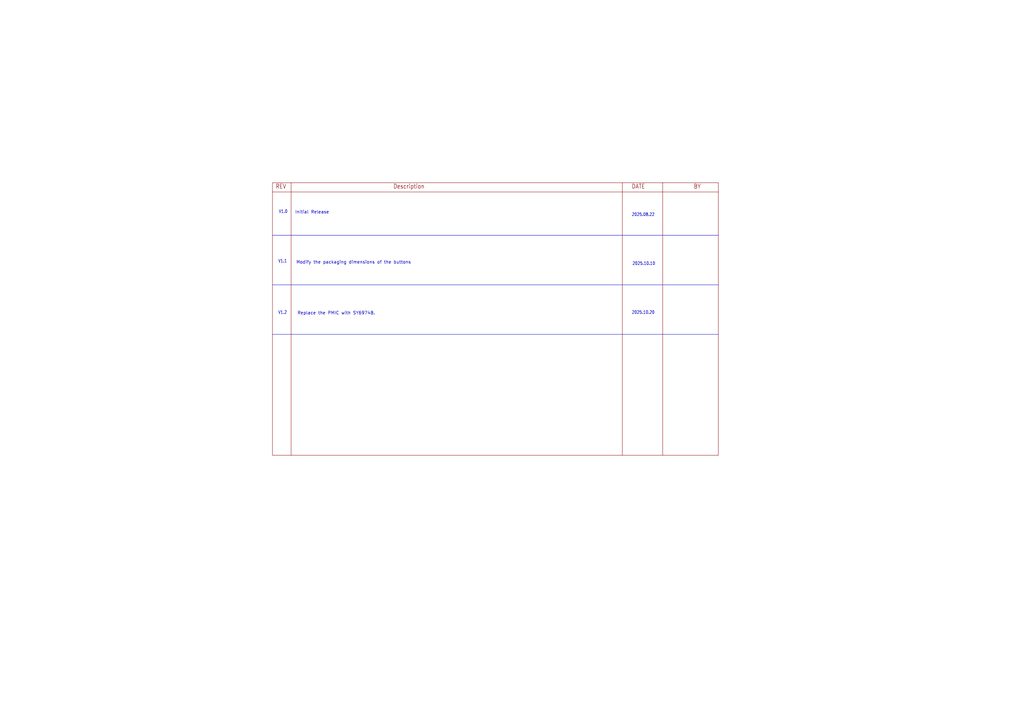
<source format=kicad_sch>
(kicad_sch
	(version 20250114)
	(generator "eeschema")
	(generator_version "9.0")
	(uuid "f8738727-23aa-4b34-9ca5-a5151146afc2")
	(paper "A3")
	(title_block
		(title "XIAO ePaper Dsiplay Board EE04")
		(date "2025-10-20")
		(rev "v1.2")
		(company "Seeed Studio")
	)
	(lib_symbols
		(symbol "ReSpeaker Mic Array-eagle-import:SEEDSTUDIO-SCH-MODLIST"
			(exclude_from_sim no)
			(in_bom yes)
			(on_board yes)
			(property "Reference" ""
				(at 0 0 0)
				(effects
					(font
						(size 1.27 1.27)
					)
					(hide yes)
				)
			)
			(property "Value" ""
				(at 0 0 0)
				(effects
					(font
						(size 1.27 1.27)
					)
					(hide yes)
				)
			)
			(property "Footprint" ""
				(at 0 0 0)
				(effects
					(font
						(size 1.27 1.27)
					)
					(hide yes)
				)
			)
			(property "Datasheet" ""
				(at 0 0 0)
				(effects
					(font
						(size 1.27 1.27)
					)
					(hide yes)
				)
			)
			(property "Description" ""
				(at 0 0 0)
				(effects
					(font
						(size 1.27 1.27)
					)
					(hide yes)
				)
			)
			(property "ki_locked" ""
				(at 0 0 0)
				(effects
					(font
						(size 1.27 1.27)
					)
				)
			)
			(symbol "SEEDSTUDIO-SCH-MODLIST_1_0"
				(polyline
					(pts
						(xy 0 0) (xy 7.62 0)
					)
					(stroke
						(width 0.1524)
						(type solid)
					)
					(fill
						(type none)
					)
				)
				(polyline
					(pts
						(xy 0 -3.81) (xy 0 0)
					)
					(stroke
						(width 0.1524)
						(type solid)
					)
					(fill
						(type none)
					)
				)
				(polyline
					(pts
						(xy 0 -3.81) (xy 182.88 -3.81)
					)
					(stroke
						(width 0.1524)
						(type solid)
					)
					(fill
						(type none)
					)
				)
				(polyline
					(pts
						(xy 0 -111.76) (xy 0 -3.81)
					)
					(stroke
						(width 0.1524)
						(type solid)
					)
					(fill
						(type none)
					)
				)
				(polyline
					(pts
						(xy 7.62 0) (xy 7.62 -111.76)
					)
					(stroke
						(width 0.1524)
						(type solid)
					)
					(fill
						(type none)
					)
				)
				(polyline
					(pts
						(xy 7.62 0) (xy 143.51 0)
					)
					(stroke
						(width 0.1524)
						(type solid)
					)
					(fill
						(type none)
					)
				)
				(polyline
					(pts
						(xy 7.62 -111.76) (xy 0 -111.76)
					)
					(stroke
						(width 0.1524)
						(type solid)
					)
					(fill
						(type none)
					)
				)
				(polyline
					(pts
						(xy 143.51 0) (xy 143.51 -111.76)
					)
					(stroke
						(width 0.1524)
						(type solid)
					)
					(fill
						(type none)
					)
				)
				(polyline
					(pts
						(xy 143.51 0) (xy 160.02 0)
					)
					(stroke
						(width 0.1524)
						(type solid)
					)
					(fill
						(type none)
					)
				)
				(polyline
					(pts
						(xy 143.51 -111.76) (xy 7.62 -111.76)
					)
					(stroke
						(width 0.1524)
						(type solid)
					)
					(fill
						(type none)
					)
				)
				(polyline
					(pts
						(xy 160.02 0) (xy 160.02 -111.76)
					)
					(stroke
						(width 0.1524)
						(type solid)
					)
					(fill
						(type none)
					)
				)
				(polyline
					(pts
						(xy 160.02 0) (xy 182.88 0)
					)
					(stroke
						(width 0.1524)
						(type solid)
					)
					(fill
						(type none)
					)
				)
				(polyline
					(pts
						(xy 160.02 -111.76) (xy 143.51 -111.76)
					)
					(stroke
						(width 0.1524)
						(type solid)
					)
					(fill
						(type none)
					)
				)
				(polyline
					(pts
						(xy 182.88 0) (xy 182.88 -3.81)
					)
					(stroke
						(width 0.1524)
						(type solid)
					)
					(fill
						(type none)
					)
				)
				(polyline
					(pts
						(xy 182.88 -3.81) (xy 182.88 -111.76)
					)
					(stroke
						(width 0.1524)
						(type solid)
					)
					(fill
						(type none)
					)
				)
				(polyline
					(pts
						(xy 182.88 -111.76) (xy 160.02 -111.76)
					)
					(stroke
						(width 0.1524)
						(type solid)
					)
					(fill
						(type none)
					)
				)
				(text "REV"
					(at 1.27 -2.54 0)
					(effects
						(font
							(size 1.778 1.5113)
						)
						(justify left bottom)
					)
				)
				(text "Description"
					(at 49.53 -2.54 0)
					(effects
						(font
							(size 1.778 1.5113)
						)
						(justify left bottom)
					)
				)
				(text "DATE"
					(at 147.32 -2.54 0)
					(effects
						(font
							(size 1.778 1.5113)
						)
						(justify left bottom)
					)
				)
				(text "BY"
					(at 172.72 -2.54 0)
					(effects
						(font
							(size 1.778 1.5113)
						)
						(justify left bottom)
					)
				)
			)
			(embedded_fonts no)
		)
	)
	(text "2025.08.22"
		(exclude_from_sim no)
		(at 259.08 88.9 0)
		(effects
			(font
				(size 1.27 1.0795)
			)
			(justify left bottom)
		)
		(uuid "22ad45a7-b531-4cc1-ac6e-15357531496e")
	)
	(text "2025.10.20"
		(exclude_from_sim no)
		(at 259.08 129.032 0)
		(effects
			(font
				(size 1.27 1.0795)
			)
			(justify left bottom)
		)
		(uuid "3503168a-cec6-4a7b-8245-ac9c3ac20bc8")
	)
	(text "2025.10.10\n"
		(exclude_from_sim no)
		(at 259.334 108.966 0)
		(effects
			(font
				(size 1.27 1.0795)
			)
			(justify left bottom)
		)
		(uuid "3f887858-bc94-4ae0-9c17-577aef0bf574")
	)
	(text "Modify the packaging dimensions of the buttons"
		(exclude_from_sim no)
		(at 145.034 107.696 0)
		(effects
			(font
				(size 1.27 1.27)
			)
		)
		(uuid "7310e273-63b2-4543-800f-d68554d34b2a")
	)
	(text "Replace the PMIC with SY6974B."
		(exclude_from_sim no)
		(at 137.922 128.524 0)
		(effects
			(font
				(size 1.27 1.27)
			)
		)
		(uuid "7da88e47-b934-4559-b708-4ecabef9ca83")
	)
	(text "V1.1"
		(exclude_from_sim no)
		(at 114.046 107.95 0)
		(effects
			(font
				(size 1.27 1.0795)
			)
			(justify left bottom)
		)
		(uuid "93dc65fb-aa8e-44ac-b438-376980e846dd")
	)
	(text "Initial Release"
		(exclude_from_sim no)
		(at 128.016 87.122 0)
		(effects
			(font
				(size 1.27 1.27)
			)
		)
		(uuid "9ae8b21f-dd24-4027-bbc5-006d294cd444")
	)
	(text "V1.0"
		(exclude_from_sim no)
		(at 114.3 87.63 0)
		(effects
			(font
				(size 1.27 1.0795)
			)
			(justify left bottom)
		)
		(uuid "baf1717e-1643-4a88-87c6-ed6ae387e0c7")
	)
	(text "V1.2"
		(exclude_from_sim no)
		(at 114.046 129.032 0)
		(effects
			(font
				(size 1.27 1.0795)
			)
			(justify left bottom)
		)
		(uuid "c89308ad-2329-4b17-895c-635eb6316d19")
	)
	(polyline
		(pts
			(xy 111.76 116.84) (xy 294.64 116.84)
		)
		(stroke
			(width 0.1524)
			(type solid)
		)
		(uuid "51b36e30-52e5-4076-a6fe-cac8d55f363b")
	)
	(polyline
		(pts
			(xy 111.76 137.16) (xy 294.64 137.16)
		)
		(stroke
			(width 0.1524)
			(type solid)
		)
		(uuid "a6e76dea-9023-45b0-8ab9-bb2fc9f090aa")
	)
	(polyline
		(pts
			(xy 111.76 96.52) (xy 294.64 96.52)
		)
		(stroke
			(width 0.1524)
			(type solid)
		)
		(uuid "e9160a96-c407-4b56-b17e-94c83bac5c01")
	)
	(symbol
		(lib_id "ReSpeaker Mic Array-eagle-import:SEEDSTUDIO-SCH-MODLIST")
		(at 111.76 74.93 0)
		(unit 1)
		(exclude_from_sim no)
		(in_bom yes)
		(on_board yes)
		(dnp no)
		(uuid "063ab1da-a6e8-4d69-8f49-5c1b817ccf64")
		(property "Reference" "#U$1"
			(at 111.76 74.93 0)
			(effects
				(font
					(size 1.27 1.27)
				)
				(hide yes)
			)
		)
		(property "Value" "SEEDSTUDIO-SCH-MODLIST"
			(at 111.76 74.93 0)
			(effects
				(font
					(size 1.27 1.27)
				)
				(hide yes)
			)
		)
		(property "Footprint" ""
			(at 111.76 74.93 0)
			(effects
				(font
					(size 1.27 1.27)
				)
				(hide yes)
			)
		)
		(property "Datasheet" ""
			(at 111.76 74.93 0)
			(effects
				(font
					(size 1.27 1.27)
				)
				(hide yes)
			)
		)
		(property "Description" ""
			(at 111.76 74.93 0)
			(effects
				(font
					(size 1.27 1.27)
				)
				(hide yes)
			)
		)
		(instances
			(project "XIAO ePaper Monitor Kit v1.0"
				(path "/9bc97cbb-b02d-479b-989a-92495a26a53b/00684586-633f-42a1-8996-698b9bf747c9"
					(reference "#U$1")
					(unit 1)
				)
			)
		)
	)
)

</source>
